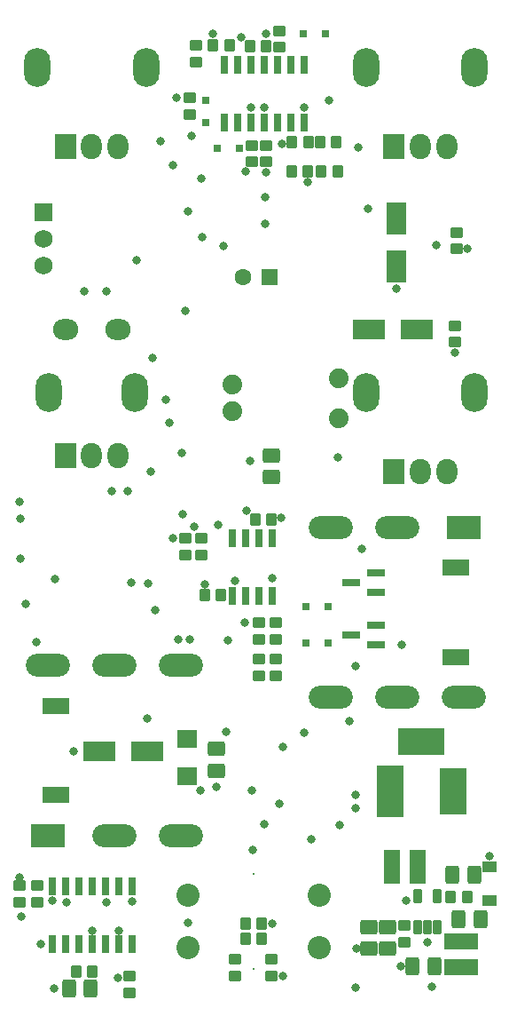
<source format=gbr>
%TF.GenerationSoftware,Altium Limited,Altium Designer,23.1.1 (15)*%
G04 Layer_Color=16711935*
%FSLAX26Y26*%
%MOIN*%
%TF.SameCoordinates,CF7A6AEE-9E07-4C1C-9DF4-B320C76D0393*%
%TF.FilePolarity,Negative*%
%TF.FileFunction,Soldermask,Bot*%
%TF.Part,Single*%
G01*
G75*
%TA.AperFunction,SMDPad,CuDef*%
%ADD62R,0.074000X0.068000*%
G04:AMPARAMS|DCode=63|XSize=47.37mil|YSize=39.496mil|CornerRadius=7.937mil|HoleSize=0mil|Usage=FLASHONLY|Rotation=270.000|XOffset=0mil|YOffset=0mil|HoleType=Round|Shape=RoundedRectangle|*
%AMROUNDEDRECTD63*
21,1,0.047370,0.023622,0,0,270.0*
21,1,0.031496,0.039496,0,0,270.0*
1,1,0.015874,-0.011811,-0.015748*
1,1,0.015874,-0.011811,0.015748*
1,1,0.015874,0.011811,0.015748*
1,1,0.015874,0.011811,-0.015748*
%
%ADD63ROUNDEDRECTD63*%
G04:AMPARAMS|DCode=64|XSize=33.591mil|YSize=55.244mil|CornerRadius=5.919mil|HoleSize=0mil|Usage=FLASHONLY|Rotation=0.000|XOffset=0mil|YOffset=0mil|HoleType=Round|Shape=RoundedRectangle|*
%AMROUNDEDRECTD64*
21,1,0.033591,0.043406,0,0,0.0*
21,1,0.021752,0.055244,0,0,0.0*
1,1,0.011839,0.010876,-0.021703*
1,1,0.011839,-0.010876,-0.021703*
1,1,0.011839,-0.010876,0.021703*
1,1,0.011839,0.010876,0.021703*
%
%ADD64ROUNDEDRECTD64*%
%ADD65R,0.061150X0.126110*%
G04:AMPARAMS|DCode=66|XSize=67.055mil|YSize=53.276mil|CornerRadius=9.659mil|HoleSize=0mil|Usage=FLASHONLY|Rotation=90.000|XOffset=0mil|YOffset=0mil|HoleType=Round|Shape=RoundedRectangle|*
%AMROUNDEDRECTD66*
21,1,0.067055,0.033957,0,0,90.0*
21,1,0.047736,0.053276,0,0,90.0*
1,1,0.019319,0.016978,0.023868*
1,1,0.019319,0.016978,-0.023868*
1,1,0.019319,-0.016978,-0.023868*
1,1,0.019319,-0.016978,0.023868*
%
%ADD66ROUNDEDRECTD66*%
%ADD67R,0.030835X0.067843*%
%ADD68R,0.031622X0.067843*%
G04:AMPARAMS|DCode=69|XSize=47.37mil|YSize=39.496mil|CornerRadius=7.937mil|HoleSize=0mil|Usage=FLASHONLY|Rotation=180.000|XOffset=0mil|YOffset=0mil|HoleType=Round|Shape=RoundedRectangle|*
%AMROUNDEDRECTD69*
21,1,0.047370,0.023622,0,0,180.0*
21,1,0.031496,0.039496,0,0,180.0*
1,1,0.015874,-0.015748,0.011811*
1,1,0.015874,0.015748,0.011811*
1,1,0.015874,0.015748,-0.011811*
1,1,0.015874,-0.015748,-0.011811*
%
%ADD69ROUNDEDRECTD69*%
G04:AMPARAMS|DCode=70|XSize=67.055mil|YSize=53.276mil|CornerRadius=9.659mil|HoleSize=0mil|Usage=FLASHONLY|Rotation=180.000|XOffset=0mil|YOffset=0mil|HoleType=Round|Shape=RoundedRectangle|*
%AMROUNDEDRECTD70*
21,1,0.067055,0.033957,0,0,180.0*
21,1,0.047736,0.053276,0,0,180.0*
1,1,0.019319,-0.023868,0.016978*
1,1,0.019319,0.023868,0.016978*
1,1,0.019319,0.023868,-0.016978*
1,1,0.019319,-0.023868,-0.016978*
%
%ADD70ROUNDEDRECTD70*%
%ADD71R,0.065087X0.031622*%
%ADD72R,0.126110X0.061150*%
%ADD73R,0.031228X0.025716*%
%ADD74R,0.025716X0.031228*%
%ADD75R,0.056032X0.043827*%
%ADD76R,0.124142X0.072961*%
%ADD77R,0.072961X0.124142*%
%TA.AperFunction,ComponentPad*%
%ADD78O,0.094614X0.078866*%
%ADD79O,0.098551X0.145795*%
%ADD80O,0.078866X0.094614*%
%ADD81R,0.078866X0.094614*%
%ADD82C,0.086740*%
%ADD83C,0.008000*%
%ADD84C,0.074000*%
%ADD85R,0.063118X0.063118*%
%ADD86C,0.063118*%
%ADD87O,0.165480X0.086740*%
%ADD88R,0.126110X0.086740*%
%ADD89R,0.102488X0.059181*%
%ADD90R,0.098551X0.196976*%
%ADD91R,0.177291X0.098551*%
%ADD92R,0.098551X0.177291*%
%ADD93C,0.068000*%
%ADD94R,0.068000X0.068000*%
%TA.AperFunction,ViaPad*%
%ADD95C,0.031622*%
D62*
X625984Y881890D02*
D03*
Y1021890D02*
D03*
D63*
X1680110Y429134D02*
D03*
X1618110D02*
D03*
X1130417Y3153543D02*
D03*
X1192417D02*
D03*
X1188480Y3263780D02*
D03*
X1126480D02*
D03*
X786905Y3625984D02*
D03*
X724905D02*
D03*
X1082677Y3263780D02*
D03*
X1020677D02*
D03*
X1020181Y3153543D02*
D03*
X1082181D02*
D03*
X908953Y330709D02*
D03*
X846953D02*
D03*
X209157Y149606D02*
D03*
X271158D02*
D03*
X908457Y271654D02*
D03*
X846457D02*
D03*
X755409Y1562992D02*
D03*
X693409D02*
D03*
X882386Y1846457D02*
D03*
X944386D02*
D03*
X862701Y3622047D02*
D03*
X924701D02*
D03*
D64*
X1568898Y432087D02*
D03*
X1494095D02*
D03*
Y315945D02*
D03*
X1531496D02*
D03*
X1568898D02*
D03*
D65*
X1396653Y543307D02*
D03*
X1493110D02*
D03*
D66*
X1705709Y511811D02*
D03*
X1625000D02*
D03*
X1729331Y346457D02*
D03*
X1648622D02*
D03*
X1475394Y169291D02*
D03*
X1556102D02*
D03*
X184055Y85142D02*
D03*
X264764D02*
D03*
D67*
X421654Y253543D02*
D03*
X371654D02*
D03*
X321654D02*
D03*
X271654D02*
D03*
X221654D02*
D03*
X171654D02*
D03*
X121653D02*
D03*
X421654Y470866D02*
D03*
X371654D02*
D03*
X321654D02*
D03*
X271654D02*
D03*
X221654D02*
D03*
X171654D02*
D03*
X121653D02*
D03*
X1067323Y3336220D02*
D03*
X1017323D02*
D03*
X967323D02*
D03*
X917323D02*
D03*
X867323D02*
D03*
X817323D02*
D03*
X767323D02*
D03*
X1067323Y3553543D02*
D03*
X1017323D02*
D03*
X967323D02*
D03*
X917323D02*
D03*
X867323D02*
D03*
X817323D02*
D03*
X767323D02*
D03*
D68*
X949016Y1560630D02*
D03*
X899016D02*
D03*
X849016D02*
D03*
X799016D02*
D03*
X949016Y1777953D02*
D03*
X899016D02*
D03*
X849016D02*
D03*
X799016D02*
D03*
D69*
X661417Y3563488D02*
D03*
Y3625488D02*
D03*
X637795Y3366638D02*
D03*
Y3428638D02*
D03*
X622047Y1713094D02*
D03*
Y1775094D02*
D03*
X870079Y3251472D02*
D03*
Y3189472D02*
D03*
X972441Y3618606D02*
D03*
Y3680606D02*
D03*
X1633858Y2512307D02*
D03*
Y2574307D02*
D03*
X1641732Y2924701D02*
D03*
Y2862701D02*
D03*
X960630Y1322339D02*
D03*
Y1260339D02*
D03*
X681102Y1775094D02*
D03*
Y1713094D02*
D03*
X897638Y1322339D02*
D03*
Y1260339D02*
D03*
X807087Y196354D02*
D03*
Y134354D02*
D03*
X409449Y133362D02*
D03*
Y71362D02*
D03*
X944882Y196354D02*
D03*
Y134354D02*
D03*
X64961Y411417D02*
D03*
Y473417D02*
D03*
X-3937Y409945D02*
D03*
Y471945D02*
D03*
X925197Y3189472D02*
D03*
Y3251472D02*
D03*
X960630Y1398134D02*
D03*
Y1460134D02*
D03*
X897638D02*
D03*
Y1398134D02*
D03*
X1444882Y322339D02*
D03*
Y260339D02*
D03*
D70*
X944882Y2006890D02*
D03*
Y2087598D02*
D03*
X1381890Y315945D02*
D03*
Y235236D02*
D03*
X1311024Y235236D02*
D03*
Y315945D02*
D03*
X736221Y904528D02*
D03*
Y985236D02*
D03*
D71*
X1337598Y1450787D02*
D03*
Y1375984D02*
D03*
X1245079Y1413386D02*
D03*
X1337598Y1647638D02*
D03*
Y1572835D02*
D03*
X1245079Y1610236D02*
D03*
D72*
X1657480Y168307D02*
D03*
Y264764D02*
D03*
D73*
X825000Y3240157D02*
D03*
X741929D02*
D03*
X1064764Y3669291D02*
D03*
X1147835D02*
D03*
X1072638Y1381890D02*
D03*
X1155709D02*
D03*
X1072638Y1519685D02*
D03*
X1155709D02*
D03*
D74*
X696850Y3336417D02*
D03*
Y3419488D02*
D03*
D75*
X1763780Y543307D02*
D03*
Y417323D02*
D03*
D76*
X1312008Y2559055D02*
D03*
X1491142D02*
D03*
X476378Y976378D02*
D03*
X297244D02*
D03*
D77*
X1413386Y2975394D02*
D03*
Y2796260D02*
D03*
D78*
X366142Y2559055D02*
D03*
X169291D02*
D03*
D79*
X106299Y2322846D02*
D03*
X429134D02*
D03*
X472454Y3543319D02*
D03*
X63005D02*
D03*
X1708674D02*
D03*
X1299225D02*
D03*
Y2322846D02*
D03*
X1708674D02*
D03*
D80*
X366155Y2086614D02*
D03*
X267716D02*
D03*
X267729Y3248043D02*
D03*
X366155D02*
D03*
X1503950D02*
D03*
X1602375D02*
D03*
Y2027571D02*
D03*
X1503950D02*
D03*
D81*
X169304Y2086614D02*
D03*
Y3248043D02*
D03*
X1405525D02*
D03*
Y2027571D02*
D03*
D82*
X631890Y437008D02*
D03*
Y240157D02*
D03*
X1124016D02*
D03*
Y437008D02*
D03*
D83*
X877953Y515748D02*
D03*
Y161417D02*
D03*
D84*
X796063Y2253150D02*
D03*
Y2353150D02*
D03*
X1196063Y2378150D02*
D03*
Y2228150D02*
D03*
D85*
X935827Y2755905D02*
D03*
D86*
X835827D02*
D03*
D87*
X1167323Y1178543D02*
D03*
X1667323D02*
D03*
X1417323D02*
D03*
Y1817520D02*
D03*
X1167323D02*
D03*
X604331Y1299803D02*
D03*
X104331D02*
D03*
X354331D02*
D03*
Y660827D02*
D03*
X604331D02*
D03*
D88*
X1667323Y1817520D02*
D03*
X104331Y660827D02*
D03*
D89*
X1637795Y1665354D02*
D03*
Y1330709D02*
D03*
X133858Y812992D02*
D03*
Y1147638D02*
D03*
D90*
X1389764Y826772D02*
D03*
D91*
X1507874Y1011811D02*
D03*
D92*
X1625984Y826772D02*
D03*
D93*
X86614Y2801575D02*
D03*
Y2901575D02*
D03*
D94*
Y3001575D02*
D03*
D95*
X622047Y2629921D02*
D03*
X1082181Y3113677D02*
D03*
X1763780Y582677D02*
D03*
X1449229Y417502D02*
D03*
X1531496Y259842D02*
D03*
X1264764Y235236D02*
D03*
X1429134Y169291D02*
D03*
X1547244Y94488D02*
D03*
X1200787Y700787D02*
D03*
X973493Y781104D02*
D03*
X-1968Y1913740D02*
D03*
X417323Y1611273D02*
D03*
X506813Y1507874D02*
D03*
X984252Y3255905D02*
D03*
X594488Y1397638D02*
D03*
X773622Y1051181D02*
D03*
X1259842Y763779D02*
D03*
X949016Y1625000D02*
D03*
X681102Y3125984D02*
D03*
X1259842Y90551D02*
D03*
X736221Y842520D02*
D03*
X1259842Y1295276D02*
D03*
X1283465Y1736220D02*
D03*
X1192913Y2078740D02*
D03*
X807149Y1617654D02*
D03*
X980056Y1854590D02*
D03*
X850394Y1878449D02*
D03*
X988189Y992126D02*
D03*
X1066929Y1047244D02*
D03*
X645669Y3287402D02*
D03*
X131496Y1623622D02*
D03*
X173228Y409449D02*
D03*
X371654Y304724D02*
D03*
X271654Y303150D02*
D03*
X421654Y414370D02*
D03*
X322835Y409449D02*
D03*
X1435039Y1375984D02*
D03*
X1236220Y1090551D02*
D03*
X843016Y1460134D02*
D03*
X629921Y334646D02*
D03*
X120840Y415861D02*
D03*
X127457Y85142D02*
D03*
X987693Y134354D02*
D03*
X948819Y330709D02*
D03*
X-3937Y503937D02*
D03*
X3937Y358268D02*
D03*
X77165Y253543D02*
D03*
X200787Y976378D02*
D03*
X476378Y1098425D02*
D03*
X677165Y830709D02*
D03*
X1067323Y3393307D02*
D03*
X863061Y2066073D02*
D03*
X763779Y2874016D02*
D03*
X846457Y3153543D02*
D03*
X921260Y3055118D02*
D03*
Y2956693D02*
D03*
X547244Y2295276D02*
D03*
X1259842Y814961D02*
D03*
X925197Y3149606D02*
D03*
X587110Y3428638D02*
D03*
X527559Y3267716D02*
D03*
X574803Y3177165D02*
D03*
X575299Y1775094D02*
D03*
X694528Y1603720D02*
D03*
X1160066Y3421260D02*
D03*
X1271653Y3244095D02*
D03*
X1633858Y2472441D02*
D03*
X1680606Y2862701D02*
D03*
X724409Y3669291D02*
D03*
X866142Y3393701D02*
D03*
X917323D02*
D03*
X925197Y3669291D02*
D03*
X830709Y3657480D02*
D03*
X1413386Y2712598D02*
D03*
X1562992Y2877953D02*
D03*
X559055Y2208661D02*
D03*
X608858Y2095866D02*
D03*
X240157Y2704724D02*
D03*
X496063Y2452756D02*
D03*
X405016Y1952260D02*
D03*
X630417Y3003441D02*
D03*
X0Y1850394D02*
D03*
X685039Y2905512D02*
D03*
X1307087Y3011811D02*
D03*
X322835Y2704724D02*
D03*
X437008Y2818898D02*
D03*
X870079Y830709D02*
D03*
X1094488Y645669D02*
D03*
X366142Y125984D02*
D03*
X637795Y1397638D02*
D03*
X779528Y1393701D02*
D03*
X653543Y1818898D02*
D03*
X342520Y1952756D02*
D03*
X744095Y1826772D02*
D03*
X21654Y1531496D02*
D03*
X480315Y1606299D02*
D03*
X610236Y1866142D02*
D03*
X492126Y2027559D02*
D03*
X874016Y606299D02*
D03*
X917323Y704724D02*
D03*
X0Y1700787D02*
D03*
X59055Y1385827D02*
D03*
%TF.MD5,5ea3950469b6468635f9e7963d7e2642*%
M02*

</source>
